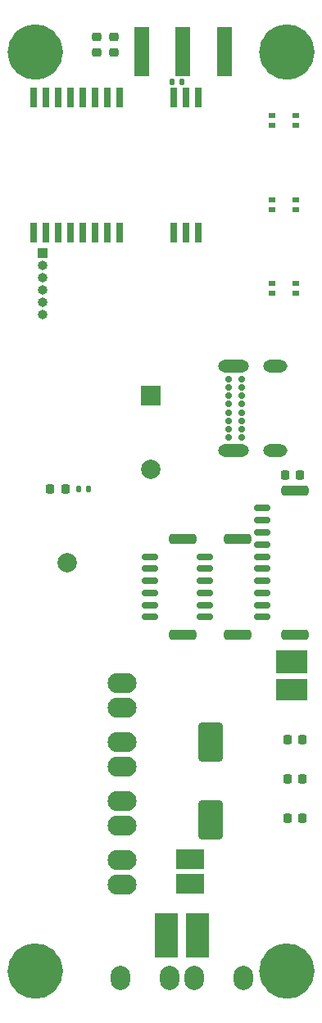
<source format=gbs>
%TF.GenerationSoftware,KiCad,Pcbnew,(6.0.1)*%
%TF.CreationDate,2022-06-27T00:16:49+02:00*%
%TF.ProjectId,kp-ptr,6b702d70-7472-42e6-9b69-6361645f7063,rev?*%
%TF.SameCoordinates,Original*%
%TF.FileFunction,Soldermask,Bot*%
%TF.FilePolarity,Negative*%
%FSLAX46Y46*%
G04 Gerber Fmt 4.6, Leading zero omitted, Abs format (unit mm)*
G04 Created by KiCad (PCBNEW (6.0.1)) date 2022-06-27 00:16:49*
%MOMM*%
%LPD*%
G01*
G04 APERTURE LIST*
G04 Aperture macros list*
%AMRoundRect*
0 Rectangle with rounded corners*
0 $1 Rounding radius*
0 $2 $3 $4 $5 $6 $7 $8 $9 X,Y pos of 4 corners*
0 Add a 4 corners polygon primitive as box body*
4,1,4,$2,$3,$4,$5,$6,$7,$8,$9,$2,$3,0*
0 Add four circle primitives for the rounded corners*
1,1,$1+$1,$2,$3*
1,1,$1+$1,$4,$5*
1,1,$1+$1,$6,$7*
1,1,$1+$1,$8,$9*
0 Add four rect primitives between the rounded corners*
20,1,$1+$1,$2,$3,$4,$5,0*
20,1,$1+$1,$4,$5,$6,$7,0*
20,1,$1+$1,$6,$7,$8,$9,0*
20,1,$1+$1,$8,$9,$2,$3,0*%
G04 Aperture macros list end*
%ADD10C,2.850000*%
%ADD11R,1.000000X1.000000*%
%ADD12O,1.000000X1.000000*%
%ADD13RoundRect,0.250000X1.000000X-1.750000X1.000000X1.750000X-1.000000X1.750000X-1.000000X-1.750000X0*%
%ADD14O,2.000000X2.500000*%
%ADD15R,2.413000X4.572000*%
%ADD16R,0.800000X2.000000*%
%ADD17RoundRect,0.150000X0.700000X-0.150000X0.700000X0.150000X-0.700000X0.150000X-0.700000X-0.150000X0*%
%ADD18RoundRect,0.250000X1.150000X-0.250000X1.150000X0.250000X-1.150000X0.250000X-1.150000X-0.250000X0*%
%ADD19RoundRect,0.135000X-0.135000X-0.185000X0.135000X-0.185000X0.135000X0.185000X-0.135000X0.185000X0*%
%ADD20C,0.700000*%
%ADD21O,3.200000X1.300000*%
%ADD22O,2.500000X1.300000*%
%ADD23RoundRect,1.050000X0.450000X0.000000X0.450000X0.000000X-0.450000X0.000000X-0.450000X0.000000X0*%
%ADD24R,0.736600X0.609600*%
%ADD25R,1.500000X5.080000*%
%ADD26C,2.000000*%
%ADD27RoundRect,0.218750X-0.256250X0.218750X-0.256250X-0.218750X0.256250X-0.218750X0.256250X0.218750X0*%
%ADD28RoundRect,0.218750X0.218750X0.256250X-0.218750X0.256250X-0.218750X-0.256250X0.218750X-0.256250X0*%
%ADD29RoundRect,0.218750X-0.218750X-0.256250X0.218750X-0.256250X0.218750X0.256250X-0.218750X0.256250X0*%
%ADD30R,2.000000X2.000000*%
%ADD31R,3.000000X2.100000*%
%ADD32RoundRect,0.147500X-0.147500X-0.172500X0.147500X-0.172500X0.147500X0.172500X-0.147500X0.172500X0*%
%ADD33R,3.302000X2.286000*%
%ADD34R,3.302000X2.447000*%
G04 APERTURE END LIST*
D10*
X171025000Y-129600000D02*
G75*
G03*
X171025000Y-129600000I-1425000J0D01*
G01*
X171025000Y-34600000D02*
G75*
G03*
X171025000Y-34600000I-1425000J0D01*
G01*
X145025000Y-129600000D02*
G75*
G03*
X145025000Y-129600000I-1425000J0D01*
G01*
X145025000Y-34600000D02*
G75*
G03*
X145025000Y-34600000I-1425000J0D01*
G01*
D11*
%TO.C,J1*%
X144399000Y-55372000D03*
D12*
X144399000Y-56642000D03*
X144399000Y-57912000D03*
X144399000Y-59182000D03*
X144399000Y-60452000D03*
X144399000Y-61722000D03*
%TD*%
D13*
%TO.C,C34*%
X161696400Y-113968500D03*
X161696400Y-105968500D03*
%TD*%
D14*
%TO.C,J2*%
X165100000Y-130280800D03*
X157480000Y-130280800D03*
X152400000Y-130280800D03*
X160020000Y-130280800D03*
D15*
X160337500Y-125907800D03*
X157162500Y-125907800D03*
%TD*%
D16*
%TO.C,IC1*%
X160434800Y-53278800D03*
X159164800Y-53278800D03*
X157894800Y-53278800D03*
X152324800Y-53278800D03*
X151054800Y-53278800D03*
X149784800Y-53278800D03*
X148514800Y-53278800D03*
X147244800Y-53278800D03*
X145974800Y-53278800D03*
X144704800Y-53278800D03*
X143434800Y-53278800D03*
X143434800Y-39278800D03*
X144704800Y-39278800D03*
X145974800Y-39278800D03*
X147244800Y-39278800D03*
X148514800Y-39278800D03*
X149784800Y-39278800D03*
X151054800Y-39278800D03*
X152324800Y-39278800D03*
X157894800Y-39278800D03*
X159164800Y-39278800D03*
X160434800Y-39278800D03*
%TD*%
D17*
%TO.C,J7*%
X167050000Y-93001000D03*
X167050000Y-91751000D03*
X167050000Y-90501000D03*
X167050000Y-89251000D03*
X167050000Y-88001000D03*
X167050000Y-86751000D03*
X167050000Y-85501000D03*
X167050000Y-84251000D03*
X167050000Y-83001000D03*
X167050000Y-81751000D03*
D18*
X170400000Y-79901000D03*
X170400000Y-94851000D03*
%TD*%
D19*
%TO.C,R14*%
X148080000Y-79756000D03*
X149100000Y-79756000D03*
%TD*%
D20*
%TO.C,J4*%
X163578000Y-68449800D03*
X163578000Y-69299800D03*
X163578000Y-70149800D03*
X163578000Y-70999800D03*
X163578000Y-71849800D03*
X163578000Y-72699800D03*
X163578000Y-73549800D03*
X163578000Y-74399800D03*
X164928000Y-74399800D03*
X164928000Y-73549800D03*
X164928000Y-72699800D03*
X164928000Y-71849800D03*
X164928000Y-70999800D03*
X164928000Y-70149800D03*
X164928000Y-69299800D03*
X164928000Y-68449800D03*
D21*
X164078000Y-75749800D03*
D22*
X168378000Y-75749800D03*
X168378000Y-67099800D03*
D21*
X164078000Y-67099800D03*
%TD*%
D23*
%TO.C,J10*%
X152600000Y-108474333D03*
X152600000Y-105934333D03*
%TD*%
D24*
%TO.C,D15*%
X170484800Y-41156001D03*
X170484800Y-42155999D03*
X168097200Y-42155999D03*
X168097200Y-41156001D03*
%TD*%
D25*
%TO.C,J5*%
X158877000Y-34594800D03*
X163127000Y-34594800D03*
X154627000Y-34594800D03*
%TD*%
D26*
%TO.C,ANT2*%
X146928000Y-87376000D03*
%TD*%
D27*
%TO.C,D12*%
X149910800Y-33045300D03*
X149910800Y-34620300D03*
%TD*%
D17*
%TO.C,J8*%
X161150000Y-93001000D03*
X161150000Y-91751000D03*
X161150000Y-90501000D03*
X161150000Y-89251000D03*
X161150000Y-88001000D03*
X161150000Y-86751000D03*
D18*
X164500000Y-84901000D03*
X164500000Y-94851000D03*
%TD*%
D23*
%TO.C,J12*%
X152600000Y-114547666D03*
X152600000Y-112007666D03*
%TD*%
D28*
%TO.C,D7*%
X171221500Y-105714800D03*
X169646500Y-105714800D03*
%TD*%
D27*
%TO.C,D8*%
X151688800Y-33045300D03*
X151688800Y-34620300D03*
%TD*%
D29*
%TO.C,D1*%
X145135500Y-79756000D03*
X146710500Y-79756000D03*
%TD*%
D30*
%TO.C,LS1*%
X155575000Y-70114000D03*
D26*
X155575000Y-77714000D03*
%TD*%
D17*
%TO.C,J6*%
X155450000Y-93001000D03*
X155450000Y-91751000D03*
X155450000Y-90501000D03*
X155450000Y-89251000D03*
X155450000Y-88001000D03*
X155450000Y-86751000D03*
D18*
X158800000Y-84901000D03*
X158800000Y-94851000D03*
%TD*%
D23*
%TO.C,J13*%
X152600000Y-102401000D03*
X152600000Y-99861000D03*
%TD*%
D31*
%TO.C,J3*%
X159562800Y-118059200D03*
X159562800Y-120599200D03*
%TD*%
D32*
%TO.C,D9*%
X157757000Y-37693600D03*
X158727000Y-37693600D03*
%TD*%
D24*
%TO.C,D13*%
X170484800Y-58555001D03*
X170484800Y-59554999D03*
X168097200Y-59554999D03*
X168097200Y-58555001D03*
%TD*%
D23*
%TO.C,J11*%
X152600000Y-120620999D03*
X152600000Y-118080999D03*
%TD*%
D33*
%TO.C,J9*%
X170078400Y-100507800D03*
D34*
X170078400Y-97667300D03*
%TD*%
D24*
%TO.C,D14*%
X170484800Y-49855501D03*
X170484800Y-50855499D03*
X168097200Y-50855499D03*
X168097200Y-49855501D03*
%TD*%
D28*
%TO.C,D5*%
X171221500Y-113842800D03*
X169646500Y-113842800D03*
%TD*%
%TO.C,D10*%
X170967500Y-78359000D03*
X169392500Y-78359000D03*
%TD*%
%TO.C,D6*%
X171221500Y-109778800D03*
X169646500Y-109778800D03*
%TD*%
M02*

</source>
